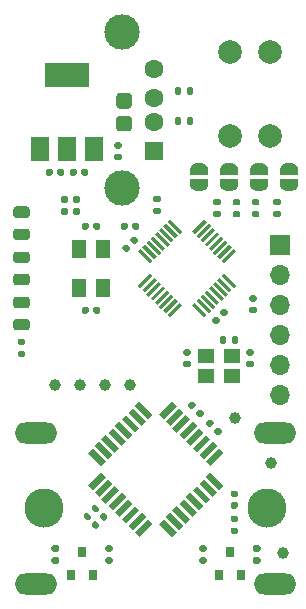
<source format=gbr>
%TF.GenerationSoftware,KiCad,Pcbnew,(5.1.9-16-g1737927814)-1*%
%TF.CreationDate,2021-07-25T19:14:51-05:00*%
%TF.ProjectId,adbuino,61646275-696e-46f2-9e6b-696361645f70,rev?*%
%TF.SameCoordinates,Original*%
%TF.FileFunction,Soldermask,Top*%
%TF.FilePolarity,Negative*%
%FSLAX46Y46*%
G04 Gerber Fmt 4.6, Leading zero omitted, Abs format (unit mm)*
G04 Created by KiCad (PCBNEW (5.1.9-16-g1737927814)-1) date 2021-07-25 19:14:51*
%MOMM*%
%LPD*%
G01*
G04 APERTURE LIST*
%ADD10C,2.000000*%
%ADD11C,0.100000*%
%ADD12O,3.600000X1.800000*%
%ADD13C,3.316000*%
%ADD14R,1.300000X1.600000*%
%ADD15C,1.000000*%
%ADD16O,1.700000X1.700000*%
%ADD17R,1.700000X1.700000*%
%ADD18R,1.400000X1.200000*%
%ADD19R,0.800000X0.900000*%
%ADD20R,1.500000X2.000000*%
%ADD21R,3.800000X2.000000*%
%ADD22C,1.600000*%
%ADD23R,1.500000X1.600000*%
%ADD24C,3.000000*%
G04 APERTURE END LIST*
D10*
%TO.C,J2*%
X43743000Y-28683000D03*
X43743000Y-35833000D03*
X47193000Y-35833000D03*
X47193000Y-28683000D03*
%TD*%
D11*
%TO.C,IC1*%
G36*
X39707382Y-50111624D02*
G01*
X38664400Y-51154606D01*
X38452268Y-50942474D01*
X39495250Y-49899492D01*
X39707382Y-50111624D01*
G37*
G36*
X39353829Y-49758070D02*
G01*
X38310847Y-50801052D01*
X38098715Y-50588920D01*
X39141697Y-49545938D01*
X39353829Y-49758070D01*
G37*
G36*
X39000275Y-49404517D02*
G01*
X37957293Y-50447499D01*
X37745161Y-50235367D01*
X38788143Y-49192385D01*
X39000275Y-49404517D01*
G37*
G36*
X38646722Y-49050963D02*
G01*
X37603740Y-50093945D01*
X37391608Y-49881813D01*
X38434590Y-48838831D01*
X38646722Y-49050963D01*
G37*
G36*
X38293169Y-48697410D02*
G01*
X37250187Y-49740392D01*
X37038055Y-49528260D01*
X38081037Y-48485278D01*
X38293169Y-48697410D01*
G37*
G36*
X37939615Y-48343857D02*
G01*
X36896633Y-49386839D01*
X36684501Y-49174707D01*
X37727483Y-48131725D01*
X37939615Y-48343857D01*
G37*
G36*
X37586062Y-47990303D02*
G01*
X36543080Y-49033285D01*
X36330948Y-48821153D01*
X37373930Y-47778171D01*
X37586062Y-47990303D01*
G37*
G36*
X37232508Y-47636750D02*
G01*
X36189526Y-48679732D01*
X35977394Y-48467600D01*
X37020376Y-47424618D01*
X37232508Y-47636750D01*
G37*
G36*
X36189526Y-45320268D02*
G01*
X37232508Y-46363250D01*
X37020376Y-46575382D01*
X35977394Y-45532400D01*
X36189526Y-45320268D01*
G37*
G36*
X36543080Y-44966715D02*
G01*
X37586062Y-46009697D01*
X37373930Y-46221829D01*
X36330948Y-45178847D01*
X36543080Y-44966715D01*
G37*
G36*
X36896633Y-44613161D02*
G01*
X37939615Y-45656143D01*
X37727483Y-45868275D01*
X36684501Y-44825293D01*
X36896633Y-44613161D01*
G37*
G36*
X37250187Y-44259608D02*
G01*
X38293169Y-45302590D01*
X38081037Y-45514722D01*
X37038055Y-44471740D01*
X37250187Y-44259608D01*
G37*
G36*
X37603740Y-43906055D02*
G01*
X38646722Y-44949037D01*
X38434590Y-45161169D01*
X37391608Y-44118187D01*
X37603740Y-43906055D01*
G37*
G36*
X37957293Y-43552501D02*
G01*
X39000275Y-44595483D01*
X38788143Y-44807615D01*
X37745161Y-43764633D01*
X37957293Y-43552501D01*
G37*
G36*
X38310847Y-43198948D02*
G01*
X39353829Y-44241930D01*
X39141697Y-44454062D01*
X38098715Y-43411080D01*
X38310847Y-43198948D01*
G37*
G36*
X38664400Y-42845394D02*
G01*
X39707382Y-43888376D01*
X39495250Y-44100508D01*
X38452268Y-43057526D01*
X38664400Y-42845394D01*
G37*
G36*
X41811732Y-43057526D02*
G01*
X40768750Y-44100508D01*
X40556618Y-43888376D01*
X41599600Y-42845394D01*
X41811732Y-43057526D01*
G37*
G36*
X42165285Y-43411080D02*
G01*
X41122303Y-44454062D01*
X40910171Y-44241930D01*
X41953153Y-43198948D01*
X42165285Y-43411080D01*
G37*
G36*
X42518839Y-43764633D02*
G01*
X41475857Y-44807615D01*
X41263725Y-44595483D01*
X42306707Y-43552501D01*
X42518839Y-43764633D01*
G37*
G36*
X42872392Y-44118187D02*
G01*
X41829410Y-45161169D01*
X41617278Y-44949037D01*
X42660260Y-43906055D01*
X42872392Y-44118187D01*
G37*
G36*
X43225945Y-44471740D02*
G01*
X42182963Y-45514722D01*
X41970831Y-45302590D01*
X43013813Y-44259608D01*
X43225945Y-44471740D01*
G37*
G36*
X43579499Y-44825293D02*
G01*
X42536517Y-45868275D01*
X42324385Y-45656143D01*
X43367367Y-44613161D01*
X43579499Y-44825293D01*
G37*
G36*
X43933052Y-45178847D02*
G01*
X42890070Y-46221829D01*
X42677938Y-46009697D01*
X43720920Y-44966715D01*
X43933052Y-45178847D01*
G37*
G36*
X44286606Y-45532400D02*
G01*
X43243624Y-46575382D01*
X43031492Y-46363250D01*
X44074474Y-45320268D01*
X44286606Y-45532400D01*
G37*
G36*
X43243624Y-47424618D02*
G01*
X44286606Y-48467600D01*
X44074474Y-48679732D01*
X43031492Y-47636750D01*
X43243624Y-47424618D01*
G37*
G36*
X42890070Y-47778171D02*
G01*
X43933052Y-48821153D01*
X43720920Y-49033285D01*
X42677938Y-47990303D01*
X42890070Y-47778171D01*
G37*
G36*
X42536517Y-48131725D02*
G01*
X43579499Y-49174707D01*
X43367367Y-49386839D01*
X42324385Y-48343857D01*
X42536517Y-48131725D01*
G37*
G36*
X42182963Y-48485278D02*
G01*
X43225945Y-49528260D01*
X43013813Y-49740392D01*
X41970831Y-48697410D01*
X42182963Y-48485278D01*
G37*
G36*
X41829410Y-48838831D02*
G01*
X42872392Y-49881813D01*
X42660260Y-50093945D01*
X41617278Y-49050963D01*
X41829410Y-48838831D01*
G37*
G36*
X41475857Y-49192385D02*
G01*
X42518839Y-50235367D01*
X42306707Y-50447499D01*
X41263725Y-49404517D01*
X41475857Y-49192385D01*
G37*
G36*
X41122303Y-49545938D02*
G01*
X42165285Y-50588920D01*
X41953153Y-50801052D01*
X40910171Y-49758070D01*
X41122303Y-49545938D01*
G37*
G36*
X40768750Y-49899492D02*
G01*
X41811732Y-50942474D01*
X41599600Y-51154606D01*
X40556618Y-50111624D01*
X40768750Y-49899492D01*
G37*
%TD*%
%TO.C,C13*%
G36*
G01*
X45890000Y-49838000D02*
X45550000Y-49838000D01*
G75*
G02*
X45410000Y-49698000I0J140000D01*
G01*
X45410000Y-49418000D01*
G75*
G02*
X45550000Y-49278000I140000J0D01*
G01*
X45890000Y-49278000D01*
G75*
G02*
X46030000Y-49418000I0J-140000D01*
G01*
X46030000Y-49698000D01*
G75*
G02*
X45890000Y-49838000I-140000J0D01*
G01*
G37*
G36*
G01*
X45890000Y-50798000D02*
X45550000Y-50798000D01*
G75*
G02*
X45410000Y-50658000I0J140000D01*
G01*
X45410000Y-50378000D01*
G75*
G02*
X45550000Y-50238000I140000J0D01*
G01*
X45890000Y-50238000D01*
G75*
G02*
X46030000Y-50378000I0J-140000D01*
G01*
X46030000Y-50658000D01*
G75*
G02*
X45890000Y-50798000I-140000J0D01*
G01*
G37*
%TD*%
D12*
%TO.C,J5*%
X27356000Y-73710000D03*
X27356000Y-60910000D03*
D13*
X28056000Y-67310000D03*
%TD*%
D12*
%TO.C,J4*%
X47574000Y-60910000D03*
X47574000Y-73710000D03*
D13*
X46874000Y-67310000D03*
%TD*%
D14*
%TO.C,Y2*%
X33004000Y-45350000D03*
X33004000Y-48650000D03*
X31004000Y-48650000D03*
X31004000Y-45350000D03*
%TD*%
%TO.C,R16*%
G36*
G01*
X47937000Y-41670000D02*
X47567000Y-41670000D01*
G75*
G02*
X47432000Y-41535000I0J135000D01*
G01*
X47432000Y-41265000D01*
G75*
G02*
X47567000Y-41130000I135000J0D01*
G01*
X47937000Y-41130000D01*
G75*
G02*
X48072000Y-41265000I0J-135000D01*
G01*
X48072000Y-41535000D01*
G75*
G02*
X47937000Y-41670000I-135000J0D01*
G01*
G37*
G36*
G01*
X47937000Y-42690000D02*
X47567000Y-42690000D01*
G75*
G02*
X47432000Y-42555000I0J135000D01*
G01*
X47432000Y-42285000D01*
G75*
G02*
X47567000Y-42150000I135000J0D01*
G01*
X47937000Y-42150000D01*
G75*
G02*
X48072000Y-42285000I0J-135000D01*
G01*
X48072000Y-42555000D01*
G75*
G02*
X47937000Y-42690000I-135000J0D01*
G01*
G37*
%TD*%
%TO.C,R15*%
G36*
G01*
X44491999Y-41670000D02*
X44121999Y-41670000D01*
G75*
G02*
X43986999Y-41535000I0J135000D01*
G01*
X43986999Y-41265000D01*
G75*
G02*
X44121999Y-41130000I135000J0D01*
G01*
X44491999Y-41130000D01*
G75*
G02*
X44626999Y-41265000I0J-135000D01*
G01*
X44626999Y-41535000D01*
G75*
G02*
X44491999Y-41670000I-135000J0D01*
G01*
G37*
G36*
G01*
X44491999Y-42690000D02*
X44121999Y-42690000D01*
G75*
G02*
X43986999Y-42555000I0J135000D01*
G01*
X43986999Y-42285000D01*
G75*
G02*
X44121999Y-42150000I135000J0D01*
G01*
X44491999Y-42150000D01*
G75*
G02*
X44626999Y-42285000I0J-135000D01*
G01*
X44626999Y-42555000D01*
G75*
G02*
X44491999Y-42690000I-135000J0D01*
G01*
G37*
%TD*%
%TO.C,R14*%
G36*
G01*
X42857000Y-41670000D02*
X42487000Y-41670000D01*
G75*
G02*
X42352000Y-41535000I0J135000D01*
G01*
X42352000Y-41265000D01*
G75*
G02*
X42487000Y-41130000I135000J0D01*
G01*
X42857000Y-41130000D01*
G75*
G02*
X42992000Y-41265000I0J-135000D01*
G01*
X42992000Y-41535000D01*
G75*
G02*
X42857000Y-41670000I-135000J0D01*
G01*
G37*
G36*
G01*
X42857000Y-42690000D02*
X42487000Y-42690000D01*
G75*
G02*
X42352000Y-42555000I0J135000D01*
G01*
X42352000Y-42285000D01*
G75*
G02*
X42487000Y-42150000I135000J0D01*
G01*
X42857000Y-42150000D01*
G75*
G02*
X42992000Y-42285000I0J-135000D01*
G01*
X42992000Y-42555000D01*
G75*
G02*
X42857000Y-42690000I-135000J0D01*
G01*
G37*
%TD*%
%TO.C,R13*%
G36*
G01*
X46126998Y-41670000D02*
X45756998Y-41670000D01*
G75*
G02*
X45621998Y-41535000I0J135000D01*
G01*
X45621998Y-41265000D01*
G75*
G02*
X45756998Y-41130000I135000J0D01*
G01*
X46126998Y-41130000D01*
G75*
G02*
X46261998Y-41265000I0J-135000D01*
G01*
X46261998Y-41535000D01*
G75*
G02*
X46126998Y-41670000I-135000J0D01*
G01*
G37*
G36*
G01*
X46126998Y-42690000D02*
X45756998Y-42690000D01*
G75*
G02*
X45621998Y-42555000I0J135000D01*
G01*
X45621998Y-42285000D01*
G75*
G02*
X45756998Y-42150000I135000J0D01*
G01*
X46126998Y-42150000D01*
G75*
G02*
X46261998Y-42285000I0J-135000D01*
G01*
X46261998Y-42555000D01*
G75*
G02*
X46126998Y-42690000I-135000J0D01*
G01*
G37*
%TD*%
%TO.C,R12*%
G36*
G01*
X26296200Y-53491160D02*
X25926200Y-53491160D01*
G75*
G02*
X25791200Y-53356160I0J135000D01*
G01*
X25791200Y-53086160D01*
G75*
G02*
X25926200Y-52951160I135000J0D01*
G01*
X26296200Y-52951160D01*
G75*
G02*
X26431200Y-53086160I0J-135000D01*
G01*
X26431200Y-53356160D01*
G75*
G02*
X26296200Y-53491160I-135000J0D01*
G01*
G37*
G36*
G01*
X26296200Y-54511160D02*
X25926200Y-54511160D01*
G75*
G02*
X25791200Y-54376160I0J135000D01*
G01*
X25791200Y-54106160D01*
G75*
G02*
X25926200Y-53971160I135000J0D01*
G01*
X26296200Y-53971160D01*
G75*
G02*
X26431200Y-54106160I0J-135000D01*
G01*
X26431200Y-54376160D01*
G75*
G02*
X26296200Y-54511160I-135000J0D01*
G01*
G37*
%TD*%
%TO.C,R11*%
G36*
G01*
X29156240Y-70983600D02*
X28786240Y-70983600D01*
G75*
G02*
X28651240Y-70848600I0J135000D01*
G01*
X28651240Y-70578600D01*
G75*
G02*
X28786240Y-70443600I135000J0D01*
G01*
X29156240Y-70443600D01*
G75*
G02*
X29291240Y-70578600I0J-135000D01*
G01*
X29291240Y-70848600D01*
G75*
G02*
X29156240Y-70983600I-135000J0D01*
G01*
G37*
G36*
G01*
X29156240Y-72003600D02*
X28786240Y-72003600D01*
G75*
G02*
X28651240Y-71868600I0J135000D01*
G01*
X28651240Y-71598600D01*
G75*
G02*
X28786240Y-71463600I135000J0D01*
G01*
X29156240Y-71463600D01*
G75*
G02*
X29291240Y-71598600I0J-135000D01*
G01*
X29291240Y-71868600D01*
G75*
G02*
X29156240Y-72003600I-135000J0D01*
G01*
G37*
%TD*%
%TO.C,R10*%
G36*
G01*
X33343000Y-71461600D02*
X33713000Y-71461600D01*
G75*
G02*
X33848000Y-71596600I0J-135000D01*
G01*
X33848000Y-71866600D01*
G75*
G02*
X33713000Y-72001600I-135000J0D01*
G01*
X33343000Y-72001600D01*
G75*
G02*
X33208000Y-71866600I0J135000D01*
G01*
X33208000Y-71596600D01*
G75*
G02*
X33343000Y-71461600I135000J0D01*
G01*
G37*
G36*
G01*
X33343000Y-70441600D02*
X33713000Y-70441600D01*
G75*
G02*
X33848000Y-70576600I0J-135000D01*
G01*
X33848000Y-70846600D01*
G75*
G02*
X33713000Y-70981600I-135000J0D01*
G01*
X33343000Y-70981600D01*
G75*
G02*
X33208000Y-70846600I0J135000D01*
G01*
X33208000Y-70576600D01*
G75*
G02*
X33343000Y-70441600I135000J0D01*
G01*
G37*
%TD*%
%TO.C,R9*%
G36*
G01*
X41668280Y-70983600D02*
X41298280Y-70983600D01*
G75*
G02*
X41163280Y-70848600I0J135000D01*
G01*
X41163280Y-70578600D01*
G75*
G02*
X41298280Y-70443600I135000J0D01*
G01*
X41668280Y-70443600D01*
G75*
G02*
X41803280Y-70578600I0J-135000D01*
G01*
X41803280Y-70848600D01*
G75*
G02*
X41668280Y-70983600I-135000J0D01*
G01*
G37*
G36*
G01*
X41668280Y-72003600D02*
X41298280Y-72003600D01*
G75*
G02*
X41163280Y-71868600I0J135000D01*
G01*
X41163280Y-71598600D01*
G75*
G02*
X41298280Y-71463600I135000J0D01*
G01*
X41668280Y-71463600D01*
G75*
G02*
X41803280Y-71598600I0J-135000D01*
G01*
X41803280Y-71868600D01*
G75*
G02*
X41668280Y-72003600I-135000J0D01*
G01*
G37*
%TD*%
%TO.C,R8*%
G36*
G01*
X45849960Y-71458520D02*
X46219960Y-71458520D01*
G75*
G02*
X46354960Y-71593520I0J-135000D01*
G01*
X46354960Y-71863520D01*
G75*
G02*
X46219960Y-71998520I-135000J0D01*
G01*
X45849960Y-71998520D01*
G75*
G02*
X45714960Y-71863520I0J135000D01*
G01*
X45714960Y-71593520D01*
G75*
G02*
X45849960Y-71458520I135000J0D01*
G01*
G37*
G36*
G01*
X45849960Y-70438520D02*
X46219960Y-70438520D01*
G75*
G02*
X46354960Y-70573520I0J-135000D01*
G01*
X46354960Y-70843520D01*
G75*
G02*
X46219960Y-70978520I-135000J0D01*
G01*
X45849960Y-70978520D01*
G75*
G02*
X45714960Y-70843520I0J135000D01*
G01*
X45714960Y-70573520D01*
G75*
G02*
X45849960Y-70438520I135000J0D01*
G01*
G37*
%TD*%
%TO.C,R7*%
G36*
G01*
X39638000Y-31819000D02*
X39638000Y-32189000D01*
G75*
G02*
X39503000Y-32324000I-135000J0D01*
G01*
X39233000Y-32324000D01*
G75*
G02*
X39098000Y-32189000I0J135000D01*
G01*
X39098000Y-31819000D01*
G75*
G02*
X39233000Y-31684000I135000J0D01*
G01*
X39503000Y-31684000D01*
G75*
G02*
X39638000Y-31819000I0J-135000D01*
G01*
G37*
G36*
G01*
X40658000Y-31819000D02*
X40658000Y-32189000D01*
G75*
G02*
X40523000Y-32324000I-135000J0D01*
G01*
X40253000Y-32324000D01*
G75*
G02*
X40118000Y-32189000I0J135000D01*
G01*
X40118000Y-31819000D01*
G75*
G02*
X40253000Y-31684000I135000J0D01*
G01*
X40523000Y-31684000D01*
G75*
G02*
X40658000Y-31819000I0J-135000D01*
G01*
G37*
%TD*%
%TO.C,R6*%
G36*
G01*
X40116000Y-34729000D02*
X40116000Y-34359000D01*
G75*
G02*
X40251000Y-34224000I135000J0D01*
G01*
X40521000Y-34224000D01*
G75*
G02*
X40656000Y-34359000I0J-135000D01*
G01*
X40656000Y-34729000D01*
G75*
G02*
X40521000Y-34864000I-135000J0D01*
G01*
X40251000Y-34864000D01*
G75*
G02*
X40116000Y-34729000I0J135000D01*
G01*
G37*
G36*
G01*
X39096000Y-34729000D02*
X39096000Y-34359000D01*
G75*
G02*
X39231000Y-34224000I135000J0D01*
G01*
X39501000Y-34224000D01*
G75*
G02*
X39636000Y-34359000I0J-135000D01*
G01*
X39636000Y-34729000D01*
G75*
G02*
X39501000Y-34864000I-135000J0D01*
G01*
X39231000Y-34864000D01*
G75*
G02*
X39096000Y-34729000I0J135000D01*
G01*
G37*
%TD*%
%TO.C,R5*%
G36*
G01*
X30024640Y-40983320D02*
X30024640Y-41353320D01*
G75*
G02*
X29889640Y-41488320I-135000J0D01*
G01*
X29619640Y-41488320D01*
G75*
G02*
X29484640Y-41353320I0J135000D01*
G01*
X29484640Y-40983320D01*
G75*
G02*
X29619640Y-40848320I135000J0D01*
G01*
X29889640Y-40848320D01*
G75*
G02*
X30024640Y-40983320I0J-135000D01*
G01*
G37*
G36*
G01*
X31044640Y-40983320D02*
X31044640Y-41353320D01*
G75*
G02*
X30909640Y-41488320I-135000J0D01*
G01*
X30639640Y-41488320D01*
G75*
G02*
X30504640Y-41353320I0J135000D01*
G01*
X30504640Y-40983320D01*
G75*
G02*
X30639640Y-40848320I135000J0D01*
G01*
X30909640Y-40848320D01*
G75*
G02*
X31044640Y-40983320I0J-135000D01*
G01*
G37*
%TD*%
%TO.C,R4*%
G36*
G01*
X30019560Y-41994240D02*
X30019560Y-42364240D01*
G75*
G02*
X29884560Y-42499240I-135000J0D01*
G01*
X29614560Y-42499240D01*
G75*
G02*
X29479560Y-42364240I0J135000D01*
G01*
X29479560Y-41994240D01*
G75*
G02*
X29614560Y-41859240I135000J0D01*
G01*
X29884560Y-41859240D01*
G75*
G02*
X30019560Y-41994240I0J-135000D01*
G01*
G37*
G36*
G01*
X31039560Y-41994240D02*
X31039560Y-42364240D01*
G75*
G02*
X30904560Y-42499240I-135000J0D01*
G01*
X30634560Y-42499240D01*
G75*
G02*
X30499560Y-42364240I0J135000D01*
G01*
X30499560Y-41994240D01*
G75*
G02*
X30634560Y-41859240I135000J0D01*
G01*
X30904560Y-41859240D01*
G75*
G02*
X31039560Y-41994240I0J-135000D01*
G01*
G37*
%TD*%
%TO.C,R3*%
G36*
G01*
X37407000Y-41896000D02*
X37777000Y-41896000D01*
G75*
G02*
X37912000Y-42031000I0J-135000D01*
G01*
X37912000Y-42301000D01*
G75*
G02*
X37777000Y-42436000I-135000J0D01*
G01*
X37407000Y-42436000D01*
G75*
G02*
X37272000Y-42301000I0J135000D01*
G01*
X37272000Y-42031000D01*
G75*
G02*
X37407000Y-41896000I135000J0D01*
G01*
G37*
G36*
G01*
X37407000Y-40876000D02*
X37777000Y-40876000D01*
G75*
G02*
X37912000Y-41011000I0J-135000D01*
G01*
X37912000Y-41281000D01*
G75*
G02*
X37777000Y-41416000I-135000J0D01*
G01*
X37407000Y-41416000D01*
G75*
G02*
X37272000Y-41281000I0J135000D01*
G01*
X37272000Y-41011000D01*
G75*
G02*
X37407000Y-40876000I135000J0D01*
G01*
G37*
%TD*%
%TO.C,R2*%
G36*
G01*
X44314960Y-68469000D02*
X43944960Y-68469000D01*
G75*
G02*
X43809960Y-68334000I0J135000D01*
G01*
X43809960Y-68064000D01*
G75*
G02*
X43944960Y-67929000I135000J0D01*
G01*
X44314960Y-67929000D01*
G75*
G02*
X44449960Y-68064000I0J-135000D01*
G01*
X44449960Y-68334000D01*
G75*
G02*
X44314960Y-68469000I-135000J0D01*
G01*
G37*
G36*
G01*
X44314960Y-69489000D02*
X43944960Y-69489000D01*
G75*
G02*
X43809960Y-69354000I0J135000D01*
G01*
X43809960Y-69084000D01*
G75*
G02*
X43944960Y-68949000I135000J0D01*
G01*
X44314960Y-68949000D01*
G75*
G02*
X44449960Y-69084000I0J-135000D01*
G01*
X44449960Y-69354000D01*
G75*
G02*
X44314960Y-69489000I-135000J0D01*
G01*
G37*
%TD*%
%TO.C,R1*%
G36*
G01*
X43446000Y-52901000D02*
X43446000Y-53271000D01*
G75*
G02*
X43311000Y-53406000I-135000J0D01*
G01*
X43041000Y-53406000D01*
G75*
G02*
X42906000Y-53271000I0J135000D01*
G01*
X42906000Y-52901000D01*
G75*
G02*
X43041000Y-52766000I135000J0D01*
G01*
X43311000Y-52766000D01*
G75*
G02*
X43446000Y-52901000I0J-135000D01*
G01*
G37*
G36*
G01*
X44466000Y-52901000D02*
X44466000Y-53271000D01*
G75*
G02*
X44331000Y-53406000I-135000J0D01*
G01*
X44061000Y-53406000D01*
G75*
G02*
X43926000Y-53271000I0J135000D01*
G01*
X43926000Y-52901000D01*
G75*
G02*
X44061000Y-52766000I135000J0D01*
G01*
X44331000Y-52766000D01*
G75*
G02*
X44466000Y-52901000I0J-135000D01*
G01*
G37*
%TD*%
%TO.C,C16*%
G36*
G01*
X31773800Y-67703002D02*
X32014216Y-67943418D01*
G75*
G02*
X32014216Y-68141408I-98995J-98995D01*
G01*
X31816226Y-68339398D01*
G75*
G02*
X31618236Y-68339398I-98995J98995D01*
G01*
X31377820Y-68098982D01*
G75*
G02*
X31377820Y-67900992I98995J98995D01*
G01*
X31575810Y-67703002D01*
G75*
G02*
X31773800Y-67703002I98995J-98995D01*
G01*
G37*
G36*
G01*
X32452622Y-67024180D02*
X32693038Y-67264596D01*
G75*
G02*
X32693038Y-67462586I-98995J-98995D01*
G01*
X32495048Y-67660576D01*
G75*
G02*
X32297058Y-67660576I-98995J98995D01*
G01*
X32056642Y-67420160D01*
G75*
G02*
X32056642Y-67222170I98995J98995D01*
G01*
X32254632Y-67024180D01*
G75*
G02*
X32452622Y-67024180I98995J-98995D01*
G01*
G37*
%TD*%
%TO.C,C15*%
G36*
G01*
X42439213Y-60713629D02*
X42679629Y-60473213D01*
G75*
G02*
X42877619Y-60473213I98995J-98995D01*
G01*
X43075609Y-60671203D01*
G75*
G02*
X43075609Y-60869193I-98995J-98995D01*
G01*
X42835193Y-61109609D01*
G75*
G02*
X42637203Y-61109609I-98995J98995D01*
G01*
X42439213Y-60911619D01*
G75*
G02*
X42439213Y-60713629I98995J98995D01*
G01*
G37*
G36*
G01*
X41760391Y-60034807D02*
X42000807Y-59794391D01*
G75*
G02*
X42198797Y-59794391I98995J-98995D01*
G01*
X42396787Y-59992381D01*
G75*
G02*
X42396787Y-60190371I-98995J-98995D01*
G01*
X42156371Y-60430787D01*
G75*
G02*
X41958381Y-60430787I-98995J98995D01*
G01*
X41760391Y-60232797D01*
G75*
G02*
X41760391Y-60034807I98995J98995D01*
G01*
G37*
%TD*%
%TO.C,C14*%
G36*
G01*
X40915213Y-59189629D02*
X41155629Y-58949213D01*
G75*
G02*
X41353619Y-58949213I98995J-98995D01*
G01*
X41551609Y-59147203D01*
G75*
G02*
X41551609Y-59345193I-98995J-98995D01*
G01*
X41311193Y-59585609D01*
G75*
G02*
X41113203Y-59585609I-98995J98995D01*
G01*
X40915213Y-59387619D01*
G75*
G02*
X40915213Y-59189629I98995J98995D01*
G01*
G37*
G36*
G01*
X40236391Y-58510807D02*
X40476807Y-58270391D01*
G75*
G02*
X40674797Y-58270391I98995J-98995D01*
G01*
X40872787Y-58468381D01*
G75*
G02*
X40872787Y-58666371I-98995J-98995D01*
G01*
X40632371Y-58906787D01*
G75*
G02*
X40434381Y-58906787I-98995J98995D01*
G01*
X40236391Y-58708797D01*
G75*
G02*
X40236391Y-58510807I98995J98995D01*
G01*
G37*
%TD*%
%TO.C,C12*%
G36*
G01*
X35106000Y-43264000D02*
X35106000Y-43604000D01*
G75*
G02*
X34966000Y-43744000I-140000J0D01*
G01*
X34686000Y-43744000D01*
G75*
G02*
X34546000Y-43604000I0J140000D01*
G01*
X34546000Y-43264000D01*
G75*
G02*
X34686000Y-43124000I140000J0D01*
G01*
X34966000Y-43124000D01*
G75*
G02*
X35106000Y-43264000I0J-140000D01*
G01*
G37*
G36*
G01*
X36066000Y-43264000D02*
X36066000Y-43604000D01*
G75*
G02*
X35926000Y-43744000I-140000J0D01*
G01*
X35646000Y-43744000D01*
G75*
G02*
X35506000Y-43604000I0J140000D01*
G01*
X35506000Y-43264000D01*
G75*
G02*
X35646000Y-43124000I140000J0D01*
G01*
X35926000Y-43124000D01*
G75*
G02*
X36066000Y-43264000I0J-140000D01*
G01*
G37*
%TD*%
%TO.C,C11*%
G36*
G01*
X32204000Y-43604000D02*
X32204000Y-43264000D01*
G75*
G02*
X32344000Y-43124000I140000J0D01*
G01*
X32624000Y-43124000D01*
G75*
G02*
X32764000Y-43264000I0J-140000D01*
G01*
X32764000Y-43604000D01*
G75*
G02*
X32624000Y-43744000I-140000J0D01*
G01*
X32344000Y-43744000D01*
G75*
G02*
X32204000Y-43604000I0J140000D01*
G01*
G37*
G36*
G01*
X31244000Y-43604000D02*
X31244000Y-43264000D01*
G75*
G02*
X31384000Y-43124000I140000J0D01*
G01*
X31664000Y-43124000D01*
G75*
G02*
X31804000Y-43264000I0J-140000D01*
G01*
X31804000Y-43604000D01*
G75*
G02*
X31664000Y-43744000I-140000J0D01*
G01*
X31384000Y-43744000D01*
G75*
G02*
X31244000Y-43604000I0J140000D01*
G01*
G37*
%TD*%
%TO.C,C10*%
G36*
G01*
X31804000Y-50376000D02*
X31804000Y-50716000D01*
G75*
G02*
X31664000Y-50856000I-140000J0D01*
G01*
X31384000Y-50856000D01*
G75*
G02*
X31244000Y-50716000I0J140000D01*
G01*
X31244000Y-50376000D01*
G75*
G02*
X31384000Y-50236000I140000J0D01*
G01*
X31664000Y-50236000D01*
G75*
G02*
X31804000Y-50376000I0J-140000D01*
G01*
G37*
G36*
G01*
X32764000Y-50376000D02*
X32764000Y-50716000D01*
G75*
G02*
X32624000Y-50856000I-140000J0D01*
G01*
X32344000Y-50856000D01*
G75*
G02*
X32204000Y-50716000I0J140000D01*
G01*
X32204000Y-50376000D01*
G75*
G02*
X32344000Y-50236000I140000J0D01*
G01*
X32624000Y-50236000D01*
G75*
G02*
X32764000Y-50376000I0J-140000D01*
G01*
G37*
%TD*%
%TO.C,C9*%
G36*
G01*
X35044371Y-44979213D02*
X35284787Y-45219629D01*
G75*
G02*
X35284787Y-45417619I-98995J-98995D01*
G01*
X35086797Y-45615609D01*
G75*
G02*
X34888807Y-45615609I-98995J98995D01*
G01*
X34648391Y-45375193D01*
G75*
G02*
X34648391Y-45177203I98995J98995D01*
G01*
X34846381Y-44979213D01*
G75*
G02*
X35044371Y-44979213I98995J-98995D01*
G01*
G37*
G36*
G01*
X35723193Y-44300391D02*
X35963609Y-44540807D01*
G75*
G02*
X35963609Y-44738797I-98995J-98995D01*
G01*
X35765619Y-44936787D01*
G75*
G02*
X35567629Y-44936787I-98995J98995D01*
G01*
X35327213Y-44696371D01*
G75*
G02*
X35327213Y-44498381I98995J98995D01*
G01*
X35525203Y-44300391D01*
G75*
G02*
X35723193Y-44300391I98995J-98995D01*
G01*
G37*
%TD*%
%TO.C,C8*%
G36*
G01*
X43187629Y-51032787D02*
X42947213Y-50792371D01*
G75*
G02*
X42947213Y-50594381I98995J98995D01*
G01*
X43145203Y-50396391D01*
G75*
G02*
X43343193Y-50396391I98995J-98995D01*
G01*
X43583609Y-50636807D01*
G75*
G02*
X43583609Y-50834797I-98995J-98995D01*
G01*
X43385619Y-51032787D01*
G75*
G02*
X43187629Y-51032787I-98995J98995D01*
G01*
G37*
G36*
G01*
X42508807Y-51711609D02*
X42268391Y-51471193D01*
G75*
G02*
X42268391Y-51273203I98995J98995D01*
G01*
X42466381Y-51075213D01*
G75*
G02*
X42664371Y-51075213I98995J-98995D01*
G01*
X42904787Y-51315629D01*
G75*
G02*
X42904787Y-51513619I-98995J-98995D01*
G01*
X42706797Y-51711609D01*
G75*
G02*
X42508807Y-51711609I-98995J98995D01*
G01*
G37*
%TD*%
%TO.C,C7*%
G36*
G01*
X40302000Y-54410000D02*
X39962000Y-54410000D01*
G75*
G02*
X39822000Y-54270000I0J140000D01*
G01*
X39822000Y-53990000D01*
G75*
G02*
X39962000Y-53850000I140000J0D01*
G01*
X40302000Y-53850000D01*
G75*
G02*
X40442000Y-53990000I0J-140000D01*
G01*
X40442000Y-54270000D01*
G75*
G02*
X40302000Y-54410000I-140000J0D01*
G01*
G37*
G36*
G01*
X40302000Y-55370000D02*
X39962000Y-55370000D01*
G75*
G02*
X39822000Y-55230000I0J140000D01*
G01*
X39822000Y-54950000D01*
G75*
G02*
X39962000Y-54810000I140000J0D01*
G01*
X40302000Y-54810000D01*
G75*
G02*
X40442000Y-54950000I0J-140000D01*
G01*
X40442000Y-55230000D01*
G75*
G02*
X40302000Y-55370000I-140000J0D01*
G01*
G37*
%TD*%
%TO.C,C6*%
G36*
G01*
X45296000Y-54810000D02*
X45636000Y-54810000D01*
G75*
G02*
X45776000Y-54950000I0J-140000D01*
G01*
X45776000Y-55230000D01*
G75*
G02*
X45636000Y-55370000I-140000J0D01*
G01*
X45296000Y-55370000D01*
G75*
G02*
X45156000Y-55230000I0J140000D01*
G01*
X45156000Y-54950000D01*
G75*
G02*
X45296000Y-54810000I140000J0D01*
G01*
G37*
G36*
G01*
X45296000Y-53850000D02*
X45636000Y-53850000D01*
G75*
G02*
X45776000Y-53990000I0J-140000D01*
G01*
X45776000Y-54270000D01*
G75*
G02*
X45636000Y-54410000I-140000J0D01*
G01*
X45296000Y-54410000D01*
G75*
G02*
X45156000Y-54270000I0J140000D01*
G01*
X45156000Y-53990000D01*
G75*
G02*
X45296000Y-53850000I140000J0D01*
G01*
G37*
%TD*%
%TO.C,C5*%
G36*
G01*
X44299960Y-66376000D02*
X43959960Y-66376000D01*
G75*
G02*
X43819960Y-66236000I0J140000D01*
G01*
X43819960Y-65956000D01*
G75*
G02*
X43959960Y-65816000I140000J0D01*
G01*
X44299960Y-65816000D01*
G75*
G02*
X44439960Y-65956000I0J-140000D01*
G01*
X44439960Y-66236000D01*
G75*
G02*
X44299960Y-66376000I-140000J0D01*
G01*
G37*
G36*
G01*
X44299960Y-67336000D02*
X43959960Y-67336000D01*
G75*
G02*
X43819960Y-67196000I0J140000D01*
G01*
X43819960Y-66916000D01*
G75*
G02*
X43959960Y-66776000I140000J0D01*
G01*
X44299960Y-66776000D01*
G75*
G02*
X44439960Y-66916000I0J-140000D01*
G01*
X44439960Y-67196000D01*
G75*
G02*
X44299960Y-67336000I-140000J0D01*
G01*
G37*
%TD*%
%TO.C,C4*%
G36*
G01*
X31188000Y-39032000D02*
X31188000Y-38692000D01*
G75*
G02*
X31328000Y-38552000I140000J0D01*
G01*
X31608000Y-38552000D01*
G75*
G02*
X31748000Y-38692000I0J-140000D01*
G01*
X31748000Y-39032000D01*
G75*
G02*
X31608000Y-39172000I-140000J0D01*
G01*
X31328000Y-39172000D01*
G75*
G02*
X31188000Y-39032000I0J140000D01*
G01*
G37*
G36*
G01*
X30228000Y-39032000D02*
X30228000Y-38692000D01*
G75*
G02*
X30368000Y-38552000I140000J0D01*
G01*
X30648000Y-38552000D01*
G75*
G02*
X30788000Y-38692000I0J-140000D01*
G01*
X30788000Y-39032000D01*
G75*
G02*
X30648000Y-39172000I-140000J0D01*
G01*
X30368000Y-39172000D01*
G75*
G02*
X30228000Y-39032000I0J140000D01*
G01*
G37*
%TD*%
%TO.C,C3*%
G36*
G01*
X28756000Y-38692000D02*
X28756000Y-39032000D01*
G75*
G02*
X28616000Y-39172000I-140000J0D01*
G01*
X28336000Y-39172000D01*
G75*
G02*
X28196000Y-39032000I0J140000D01*
G01*
X28196000Y-38692000D01*
G75*
G02*
X28336000Y-38552000I140000J0D01*
G01*
X28616000Y-38552000D01*
G75*
G02*
X28756000Y-38692000I0J-140000D01*
G01*
G37*
G36*
G01*
X29716000Y-38692000D02*
X29716000Y-39032000D01*
G75*
G02*
X29576000Y-39172000I-140000J0D01*
G01*
X29296000Y-39172000D01*
G75*
G02*
X29156000Y-39032000I0J140000D01*
G01*
X29156000Y-38692000D01*
G75*
G02*
X29296000Y-38552000I140000J0D01*
G01*
X29576000Y-38552000D01*
G75*
G02*
X29716000Y-38692000I0J-140000D01*
G01*
G37*
%TD*%
%TO.C,C2*%
G36*
G01*
X32463731Y-68398013D02*
X32704147Y-68638429D01*
G75*
G02*
X32704147Y-68836419I-98995J-98995D01*
G01*
X32506157Y-69034409D01*
G75*
G02*
X32308167Y-69034409I-98995J98995D01*
G01*
X32067751Y-68793993D01*
G75*
G02*
X32067751Y-68596003I98995J98995D01*
G01*
X32265741Y-68398013D01*
G75*
G02*
X32463731Y-68398013I98995J-98995D01*
G01*
G37*
G36*
G01*
X33142553Y-67719191D02*
X33382969Y-67959607D01*
G75*
G02*
X33382969Y-68157597I-98995J-98995D01*
G01*
X33184979Y-68355587D01*
G75*
G02*
X32986989Y-68355587I-98995J98995D01*
G01*
X32746573Y-68115171D01*
G75*
G02*
X32746573Y-67917181I98995J98995D01*
G01*
X32944563Y-67719191D01*
G75*
G02*
X33142553Y-67719191I98995J-98995D01*
G01*
G37*
%TD*%
%TO.C,C1*%
G36*
G01*
X34120000Y-37284000D02*
X34460000Y-37284000D01*
G75*
G02*
X34600000Y-37424000I0J-140000D01*
G01*
X34600000Y-37704000D01*
G75*
G02*
X34460000Y-37844000I-140000J0D01*
G01*
X34120000Y-37844000D01*
G75*
G02*
X33980000Y-37704000I0J140000D01*
G01*
X33980000Y-37424000D01*
G75*
G02*
X34120000Y-37284000I140000J0D01*
G01*
G37*
G36*
G01*
X34120000Y-36324000D02*
X34460000Y-36324000D01*
G75*
G02*
X34600000Y-36464000I0J-140000D01*
G01*
X34600000Y-36744000D01*
G75*
G02*
X34460000Y-36884000I-140000J0D01*
G01*
X34120000Y-36884000D01*
G75*
G02*
X33980000Y-36744000I0J140000D01*
G01*
X33980000Y-36464000D01*
G75*
G02*
X34120000Y-36324000I140000J0D01*
G01*
G37*
%TD*%
D15*
%TO.C,TP13*%
X31072666Y-56896000D03*
%TD*%
%TO.C,TP12*%
X48260000Y-71120000D03*
%TD*%
%TO.C,TP11*%
X47244000Y-63500000D03*
%TD*%
%TO.C,D3*%
G36*
G01*
X25654950Y-51273100D02*
X26567450Y-51273100D01*
G75*
G02*
X26811200Y-51516850I0J-243750D01*
G01*
X26811200Y-52004350D01*
G75*
G02*
X26567450Y-52248100I-243750J0D01*
G01*
X25654950Y-52248100D01*
G75*
G02*
X25411200Y-52004350I0J243750D01*
G01*
X25411200Y-51516850D01*
G75*
G02*
X25654950Y-51273100I243750J0D01*
G01*
G37*
G36*
G01*
X25654950Y-49398100D02*
X26567450Y-49398100D01*
G75*
G02*
X26811200Y-49641850I0J-243750D01*
G01*
X26811200Y-50129350D01*
G75*
G02*
X26567450Y-50373100I-243750J0D01*
G01*
X25654950Y-50373100D01*
G75*
G02*
X25411200Y-50129350I0J243750D01*
G01*
X25411200Y-49641850D01*
G75*
G02*
X25654950Y-49398100I243750J0D01*
G01*
G37*
%TD*%
%TO.C,D2*%
G36*
G01*
X25654950Y-43630000D02*
X26567450Y-43630000D01*
G75*
G02*
X26811200Y-43873750I0J-243750D01*
G01*
X26811200Y-44361250D01*
G75*
G02*
X26567450Y-44605000I-243750J0D01*
G01*
X25654950Y-44605000D01*
G75*
G02*
X25411200Y-44361250I0J243750D01*
G01*
X25411200Y-43873750D01*
G75*
G02*
X25654950Y-43630000I243750J0D01*
G01*
G37*
G36*
G01*
X25654950Y-41755000D02*
X26567450Y-41755000D01*
G75*
G02*
X26811200Y-41998750I0J-243750D01*
G01*
X26811200Y-42486250D01*
G75*
G02*
X26567450Y-42730000I-243750J0D01*
G01*
X25654950Y-42730000D01*
G75*
G02*
X25411200Y-42486250I0J243750D01*
G01*
X25411200Y-41998750D01*
G75*
G02*
X25654950Y-41755000I243750J0D01*
G01*
G37*
%TD*%
%TO.C,D1*%
G36*
G01*
X25654950Y-47451550D02*
X26567450Y-47451550D01*
G75*
G02*
X26811200Y-47695300I0J-243750D01*
G01*
X26811200Y-48182800D01*
G75*
G02*
X26567450Y-48426550I-243750J0D01*
G01*
X25654950Y-48426550D01*
G75*
G02*
X25411200Y-48182800I0J243750D01*
G01*
X25411200Y-47695300D01*
G75*
G02*
X25654950Y-47451550I243750J0D01*
G01*
G37*
G36*
G01*
X25654950Y-45576550D02*
X26567450Y-45576550D01*
G75*
G02*
X26811200Y-45820300I0J-243750D01*
G01*
X26811200Y-46307800D01*
G75*
G02*
X26567450Y-46551550I-243750J0D01*
G01*
X25654950Y-46551550D01*
G75*
G02*
X25411200Y-46307800I0J243750D01*
G01*
X25411200Y-45820300D01*
G75*
G02*
X25654950Y-45576550I243750J0D01*
G01*
G37*
%TD*%
D11*
%TO.C,JP6*%
G36*
X40398000Y-39108000D02*
G01*
X40398000Y-38608000D01*
X40398602Y-38608000D01*
X40398602Y-38583466D01*
X40403412Y-38534635D01*
X40412984Y-38486510D01*
X40427228Y-38439555D01*
X40446005Y-38394222D01*
X40469136Y-38350949D01*
X40496396Y-38310150D01*
X40527524Y-38272221D01*
X40562221Y-38237524D01*
X40600150Y-38206396D01*
X40640949Y-38179136D01*
X40684222Y-38156005D01*
X40729555Y-38137228D01*
X40776510Y-38122984D01*
X40824635Y-38113412D01*
X40873466Y-38108602D01*
X40898000Y-38108602D01*
X40898000Y-38108000D01*
X41398000Y-38108000D01*
X41398000Y-38108602D01*
X41422534Y-38108602D01*
X41471365Y-38113412D01*
X41519490Y-38122984D01*
X41566445Y-38137228D01*
X41611778Y-38156005D01*
X41655051Y-38179136D01*
X41695850Y-38206396D01*
X41733779Y-38237524D01*
X41768476Y-38272221D01*
X41799604Y-38310150D01*
X41826864Y-38350949D01*
X41849995Y-38394222D01*
X41868772Y-38439555D01*
X41883016Y-38486510D01*
X41892588Y-38534635D01*
X41897398Y-38583466D01*
X41897398Y-38608000D01*
X41898000Y-38608000D01*
X41898000Y-39108000D01*
X40398000Y-39108000D01*
G37*
G36*
X41897398Y-39908000D02*
G01*
X41897398Y-39932534D01*
X41892588Y-39981365D01*
X41883016Y-40029490D01*
X41868772Y-40076445D01*
X41849995Y-40121778D01*
X41826864Y-40165051D01*
X41799604Y-40205850D01*
X41768476Y-40243779D01*
X41733779Y-40278476D01*
X41695850Y-40309604D01*
X41655051Y-40336864D01*
X41611778Y-40359995D01*
X41566445Y-40378772D01*
X41519490Y-40393016D01*
X41471365Y-40402588D01*
X41422534Y-40407398D01*
X41398000Y-40407398D01*
X41398000Y-40408000D01*
X40898000Y-40408000D01*
X40898000Y-40407398D01*
X40873466Y-40407398D01*
X40824635Y-40402588D01*
X40776510Y-40393016D01*
X40729555Y-40378772D01*
X40684222Y-40359995D01*
X40640949Y-40336864D01*
X40600150Y-40309604D01*
X40562221Y-40278476D01*
X40527524Y-40243779D01*
X40496396Y-40205850D01*
X40469136Y-40165051D01*
X40446005Y-40121778D01*
X40427228Y-40076445D01*
X40412984Y-40029490D01*
X40403412Y-39981365D01*
X40398602Y-39932534D01*
X40398602Y-39908000D01*
X40398000Y-39908000D01*
X40398000Y-39408000D01*
X41898000Y-39408000D01*
X41898000Y-39908000D01*
X41897398Y-39908000D01*
G37*
%TD*%
%TO.C,JP5*%
G36*
X45478000Y-39108000D02*
G01*
X45478000Y-38608000D01*
X45478602Y-38608000D01*
X45478602Y-38583466D01*
X45483412Y-38534635D01*
X45492984Y-38486510D01*
X45507228Y-38439555D01*
X45526005Y-38394222D01*
X45549136Y-38350949D01*
X45576396Y-38310150D01*
X45607524Y-38272221D01*
X45642221Y-38237524D01*
X45680150Y-38206396D01*
X45720949Y-38179136D01*
X45764222Y-38156005D01*
X45809555Y-38137228D01*
X45856510Y-38122984D01*
X45904635Y-38113412D01*
X45953466Y-38108602D01*
X45978000Y-38108602D01*
X45978000Y-38108000D01*
X46478000Y-38108000D01*
X46478000Y-38108602D01*
X46502534Y-38108602D01*
X46551365Y-38113412D01*
X46599490Y-38122984D01*
X46646445Y-38137228D01*
X46691778Y-38156005D01*
X46735051Y-38179136D01*
X46775850Y-38206396D01*
X46813779Y-38237524D01*
X46848476Y-38272221D01*
X46879604Y-38310150D01*
X46906864Y-38350949D01*
X46929995Y-38394222D01*
X46948772Y-38439555D01*
X46963016Y-38486510D01*
X46972588Y-38534635D01*
X46977398Y-38583466D01*
X46977398Y-38608000D01*
X46978000Y-38608000D01*
X46978000Y-39108000D01*
X45478000Y-39108000D01*
G37*
G36*
X46977398Y-39908000D02*
G01*
X46977398Y-39932534D01*
X46972588Y-39981365D01*
X46963016Y-40029490D01*
X46948772Y-40076445D01*
X46929995Y-40121778D01*
X46906864Y-40165051D01*
X46879604Y-40205850D01*
X46848476Y-40243779D01*
X46813779Y-40278476D01*
X46775850Y-40309604D01*
X46735051Y-40336864D01*
X46691778Y-40359995D01*
X46646445Y-40378772D01*
X46599490Y-40393016D01*
X46551365Y-40402588D01*
X46502534Y-40407398D01*
X46478000Y-40407398D01*
X46478000Y-40408000D01*
X45978000Y-40408000D01*
X45978000Y-40407398D01*
X45953466Y-40407398D01*
X45904635Y-40402588D01*
X45856510Y-40393016D01*
X45809555Y-40378772D01*
X45764222Y-40359995D01*
X45720949Y-40336864D01*
X45680150Y-40309604D01*
X45642221Y-40278476D01*
X45607524Y-40243779D01*
X45576396Y-40205850D01*
X45549136Y-40165051D01*
X45526005Y-40121778D01*
X45507228Y-40076445D01*
X45492984Y-40029490D01*
X45483412Y-39981365D01*
X45478602Y-39932534D01*
X45478602Y-39908000D01*
X45478000Y-39908000D01*
X45478000Y-39408000D01*
X46978000Y-39408000D01*
X46978000Y-39908000D01*
X46977398Y-39908000D01*
G37*
%TD*%
%TO.C,JP4*%
G36*
X48018000Y-39108000D02*
G01*
X48018000Y-38608000D01*
X48018602Y-38608000D01*
X48018602Y-38583466D01*
X48023412Y-38534635D01*
X48032984Y-38486510D01*
X48047228Y-38439555D01*
X48066005Y-38394222D01*
X48089136Y-38350949D01*
X48116396Y-38310150D01*
X48147524Y-38272221D01*
X48182221Y-38237524D01*
X48220150Y-38206396D01*
X48260949Y-38179136D01*
X48304222Y-38156005D01*
X48349555Y-38137228D01*
X48396510Y-38122984D01*
X48444635Y-38113412D01*
X48493466Y-38108602D01*
X48518000Y-38108602D01*
X48518000Y-38108000D01*
X49018000Y-38108000D01*
X49018000Y-38108602D01*
X49042534Y-38108602D01*
X49091365Y-38113412D01*
X49139490Y-38122984D01*
X49186445Y-38137228D01*
X49231778Y-38156005D01*
X49275051Y-38179136D01*
X49315850Y-38206396D01*
X49353779Y-38237524D01*
X49388476Y-38272221D01*
X49419604Y-38310150D01*
X49446864Y-38350949D01*
X49469995Y-38394222D01*
X49488772Y-38439555D01*
X49503016Y-38486510D01*
X49512588Y-38534635D01*
X49517398Y-38583466D01*
X49517398Y-38608000D01*
X49518000Y-38608000D01*
X49518000Y-39108000D01*
X48018000Y-39108000D01*
G37*
G36*
X49517398Y-39908000D02*
G01*
X49517398Y-39932534D01*
X49512588Y-39981365D01*
X49503016Y-40029490D01*
X49488772Y-40076445D01*
X49469995Y-40121778D01*
X49446864Y-40165051D01*
X49419604Y-40205850D01*
X49388476Y-40243779D01*
X49353779Y-40278476D01*
X49315850Y-40309604D01*
X49275051Y-40336864D01*
X49231778Y-40359995D01*
X49186445Y-40378772D01*
X49139490Y-40393016D01*
X49091365Y-40402588D01*
X49042534Y-40407398D01*
X49018000Y-40407398D01*
X49018000Y-40408000D01*
X48518000Y-40408000D01*
X48518000Y-40407398D01*
X48493466Y-40407398D01*
X48444635Y-40402588D01*
X48396510Y-40393016D01*
X48349555Y-40378772D01*
X48304222Y-40359995D01*
X48260949Y-40336864D01*
X48220150Y-40309604D01*
X48182221Y-40278476D01*
X48147524Y-40243779D01*
X48116396Y-40205850D01*
X48089136Y-40165051D01*
X48066005Y-40121778D01*
X48047228Y-40076445D01*
X48032984Y-40029490D01*
X48023412Y-39981365D01*
X48018602Y-39932534D01*
X48018602Y-39908000D01*
X48018000Y-39908000D01*
X48018000Y-39408000D01*
X49518000Y-39408000D01*
X49518000Y-39908000D01*
X49517398Y-39908000D01*
G37*
%TD*%
%TO.C,JP3*%
G36*
X42938000Y-39108000D02*
G01*
X42938000Y-38608000D01*
X42938602Y-38608000D01*
X42938602Y-38583466D01*
X42943412Y-38534635D01*
X42952984Y-38486510D01*
X42967228Y-38439555D01*
X42986005Y-38394222D01*
X43009136Y-38350949D01*
X43036396Y-38310150D01*
X43067524Y-38272221D01*
X43102221Y-38237524D01*
X43140150Y-38206396D01*
X43180949Y-38179136D01*
X43224222Y-38156005D01*
X43269555Y-38137228D01*
X43316510Y-38122984D01*
X43364635Y-38113412D01*
X43413466Y-38108602D01*
X43438000Y-38108602D01*
X43438000Y-38108000D01*
X43938000Y-38108000D01*
X43938000Y-38108602D01*
X43962534Y-38108602D01*
X44011365Y-38113412D01*
X44059490Y-38122984D01*
X44106445Y-38137228D01*
X44151778Y-38156005D01*
X44195051Y-38179136D01*
X44235850Y-38206396D01*
X44273779Y-38237524D01*
X44308476Y-38272221D01*
X44339604Y-38310150D01*
X44366864Y-38350949D01*
X44389995Y-38394222D01*
X44408772Y-38439555D01*
X44423016Y-38486510D01*
X44432588Y-38534635D01*
X44437398Y-38583466D01*
X44437398Y-38608000D01*
X44438000Y-38608000D01*
X44438000Y-39108000D01*
X42938000Y-39108000D01*
G37*
G36*
X44437398Y-39908000D02*
G01*
X44437398Y-39932534D01*
X44432588Y-39981365D01*
X44423016Y-40029490D01*
X44408772Y-40076445D01*
X44389995Y-40121778D01*
X44366864Y-40165051D01*
X44339604Y-40205850D01*
X44308476Y-40243779D01*
X44273779Y-40278476D01*
X44235850Y-40309604D01*
X44195051Y-40336864D01*
X44151778Y-40359995D01*
X44106445Y-40378772D01*
X44059490Y-40393016D01*
X44011365Y-40402588D01*
X43962534Y-40407398D01*
X43938000Y-40407398D01*
X43938000Y-40408000D01*
X43438000Y-40408000D01*
X43438000Y-40407398D01*
X43413466Y-40407398D01*
X43364635Y-40402588D01*
X43316510Y-40393016D01*
X43269555Y-40378772D01*
X43224222Y-40359995D01*
X43180949Y-40336864D01*
X43140150Y-40309604D01*
X43102221Y-40278476D01*
X43067524Y-40243779D01*
X43036396Y-40205850D01*
X43009136Y-40165051D01*
X42986005Y-40121778D01*
X42967228Y-40076445D01*
X42952984Y-40029490D01*
X42943412Y-39981365D01*
X42938602Y-39932534D01*
X42938602Y-39908000D01*
X42938000Y-39908000D01*
X42938000Y-39408000D01*
X44438000Y-39408000D01*
X44438000Y-39908000D01*
X44437398Y-39908000D01*
G37*
%TD*%
D16*
%TO.C,J1*%
X48000000Y-57700000D03*
X48000000Y-55160000D03*
X48000000Y-52620000D03*
X48000000Y-50080000D03*
X48000000Y-47540000D03*
D17*
X48000000Y-45000000D03*
%TD*%
%TO.C,F1*%
G36*
G01*
X34397999Y-34082000D02*
X35198001Y-34082000D01*
G75*
G02*
X35448000Y-34331999I0J-249999D01*
G01*
X35448000Y-35157001D01*
G75*
G02*
X35198001Y-35407000I-249999J0D01*
G01*
X34397999Y-35407000D01*
G75*
G02*
X34148000Y-35157001I0J249999D01*
G01*
X34148000Y-34331999D01*
G75*
G02*
X34397999Y-34082000I249999J0D01*
G01*
G37*
G36*
G01*
X34397999Y-32157000D02*
X35198001Y-32157000D01*
G75*
G02*
X35448000Y-32406999I0J-249999D01*
G01*
X35448000Y-33232001D01*
G75*
G02*
X35198001Y-33482000I-249999J0D01*
G01*
X34397999Y-33482000D01*
G75*
G02*
X34148000Y-33232001I0J249999D01*
G01*
X34148000Y-32406999D01*
G75*
G02*
X34397999Y-32157000I249999J0D01*
G01*
G37*
%TD*%
D18*
%TO.C,Y1*%
X41742000Y-54434000D03*
X43942000Y-54434000D03*
X43942000Y-56134000D03*
X41742000Y-56134000D03*
%TD*%
D15*
%TO.C,TP17*%
X33189332Y-56896000D03*
%TD*%
%TO.C,TP16*%
X35306000Y-56896000D03*
%TD*%
%TO.C,TP15*%
X44196000Y-59690000D03*
%TD*%
%TO.C,TP4*%
X28956000Y-56896000D03*
%TD*%
D19*
%TO.C,Q2*%
X31250000Y-71000000D03*
X32200000Y-73000000D03*
X30300000Y-73000000D03*
%TD*%
%TO.C,Q1*%
X43760000Y-71000000D03*
X44710000Y-73000000D03*
X42810000Y-73000000D03*
%TD*%
D20*
%TO.C,U1*%
X27672000Y-36884000D03*
X32272000Y-36884000D03*
X29972000Y-36884000D03*
D21*
X29972000Y-30584000D03*
%TD*%
D11*
%TO.C,U2*%
G36*
X41724963Y-64654074D02*
G01*
X42113872Y-64265165D01*
X43245243Y-65396536D01*
X42856334Y-65785445D01*
X41724963Y-64654074D01*
G37*
G36*
X41159277Y-65219759D02*
G01*
X41548186Y-64830850D01*
X42679557Y-65962221D01*
X42290648Y-66351130D01*
X41159277Y-65219759D01*
G37*
G36*
X40593592Y-65785445D02*
G01*
X40982501Y-65396536D01*
X42113872Y-66527907D01*
X41724963Y-66916816D01*
X40593592Y-65785445D01*
G37*
G36*
X40027907Y-66351130D02*
G01*
X40416816Y-65962221D01*
X41548187Y-67093592D01*
X41159278Y-67482501D01*
X40027907Y-66351130D01*
G37*
G36*
X39462221Y-66916816D02*
G01*
X39851130Y-66527907D01*
X40982501Y-67659278D01*
X40593592Y-68048187D01*
X39462221Y-66916816D01*
G37*
G36*
X38896536Y-67482501D02*
G01*
X39285445Y-67093592D01*
X40416816Y-68224963D01*
X40027907Y-68613872D01*
X38896536Y-67482501D01*
G37*
G36*
X38330850Y-68048186D02*
G01*
X38719759Y-67659277D01*
X39851130Y-68790648D01*
X39462221Y-69179557D01*
X38330850Y-68048186D01*
G37*
G36*
X37765165Y-68613872D02*
G01*
X38154074Y-68224963D01*
X39285445Y-69356334D01*
X38896536Y-69745243D01*
X37765165Y-68613872D01*
G37*
G36*
X36845926Y-68224963D02*
G01*
X37234835Y-68613872D01*
X36103464Y-69745243D01*
X35714555Y-69356334D01*
X36845926Y-68224963D01*
G37*
G36*
X36280241Y-67659277D02*
G01*
X36669150Y-68048186D01*
X35537779Y-69179557D01*
X35148870Y-68790648D01*
X36280241Y-67659277D01*
G37*
G36*
X35714555Y-67093592D02*
G01*
X36103464Y-67482501D01*
X34972093Y-68613872D01*
X34583184Y-68224963D01*
X35714555Y-67093592D01*
G37*
G36*
X35148870Y-66527907D02*
G01*
X35537779Y-66916816D01*
X34406408Y-68048187D01*
X34017499Y-67659278D01*
X35148870Y-66527907D01*
G37*
G36*
X34583184Y-65962221D02*
G01*
X34972093Y-66351130D01*
X33840722Y-67482501D01*
X33451813Y-67093592D01*
X34583184Y-65962221D01*
G37*
G36*
X34017499Y-65396536D02*
G01*
X34406408Y-65785445D01*
X33275037Y-66916816D01*
X32886128Y-66527907D01*
X34017499Y-65396536D01*
G37*
G36*
X33451814Y-64830850D02*
G01*
X33840723Y-65219759D01*
X32709352Y-66351130D01*
X32320443Y-65962221D01*
X33451814Y-64830850D01*
G37*
G36*
X32886128Y-64265165D02*
G01*
X33275037Y-64654074D01*
X32143666Y-65785445D01*
X31754757Y-65396536D01*
X32886128Y-64265165D01*
G37*
G36*
X31754757Y-62603464D02*
G01*
X32143666Y-62214555D01*
X33275037Y-63345926D01*
X32886128Y-63734835D01*
X31754757Y-62603464D01*
G37*
G36*
X32320443Y-62037779D02*
G01*
X32709352Y-61648870D01*
X33840723Y-62780241D01*
X33451814Y-63169150D01*
X32320443Y-62037779D01*
G37*
G36*
X32886128Y-61472093D02*
G01*
X33275037Y-61083184D01*
X34406408Y-62214555D01*
X34017499Y-62603464D01*
X32886128Y-61472093D01*
G37*
G36*
X33451813Y-60906408D02*
G01*
X33840722Y-60517499D01*
X34972093Y-61648870D01*
X34583184Y-62037779D01*
X33451813Y-60906408D01*
G37*
G36*
X34017499Y-60340722D02*
G01*
X34406408Y-59951813D01*
X35537779Y-61083184D01*
X35148870Y-61472093D01*
X34017499Y-60340722D01*
G37*
G36*
X34583184Y-59775037D02*
G01*
X34972093Y-59386128D01*
X36103464Y-60517499D01*
X35714555Y-60906408D01*
X34583184Y-59775037D01*
G37*
G36*
X35148870Y-59209352D02*
G01*
X35537779Y-58820443D01*
X36669150Y-59951814D01*
X36280241Y-60340723D01*
X35148870Y-59209352D01*
G37*
G36*
X35714555Y-58643666D02*
G01*
X36103464Y-58254757D01*
X37234835Y-59386128D01*
X36845926Y-59775037D01*
X35714555Y-58643666D01*
G37*
G36*
X38896536Y-58254757D02*
G01*
X39285445Y-58643666D01*
X38154074Y-59775037D01*
X37765165Y-59386128D01*
X38896536Y-58254757D01*
G37*
G36*
X39462221Y-58820443D02*
G01*
X39851130Y-59209352D01*
X38719759Y-60340723D01*
X38330850Y-59951814D01*
X39462221Y-58820443D01*
G37*
G36*
X40027907Y-59386128D02*
G01*
X40416816Y-59775037D01*
X39285445Y-60906408D01*
X38896536Y-60517499D01*
X40027907Y-59386128D01*
G37*
G36*
X40593592Y-59951813D02*
G01*
X40982501Y-60340722D01*
X39851130Y-61472093D01*
X39462221Y-61083184D01*
X40593592Y-59951813D01*
G37*
G36*
X41159278Y-60517499D02*
G01*
X41548187Y-60906408D01*
X40416816Y-62037779D01*
X40027907Y-61648870D01*
X41159278Y-60517499D01*
G37*
G36*
X41724963Y-61083184D02*
G01*
X42113872Y-61472093D01*
X40982501Y-62603464D01*
X40593592Y-62214555D01*
X41724963Y-61083184D01*
G37*
G36*
X42290648Y-61648870D02*
G01*
X42679557Y-62037779D01*
X41548186Y-63169150D01*
X41159277Y-62780241D01*
X42290648Y-61648870D01*
G37*
G36*
X42856334Y-62214555D02*
G01*
X43245243Y-62603464D01*
X42113872Y-63734835D01*
X41724963Y-63345926D01*
X42856334Y-62214555D01*
G37*
%TD*%
D22*
%TO.C,J3*%
X37338000Y-30084000D03*
X37338000Y-32584000D03*
X37338000Y-34584000D03*
D23*
X37338000Y-37084000D03*
D24*
X34628000Y-27014000D03*
X34628000Y-40154000D03*
%TD*%
M02*

</source>
